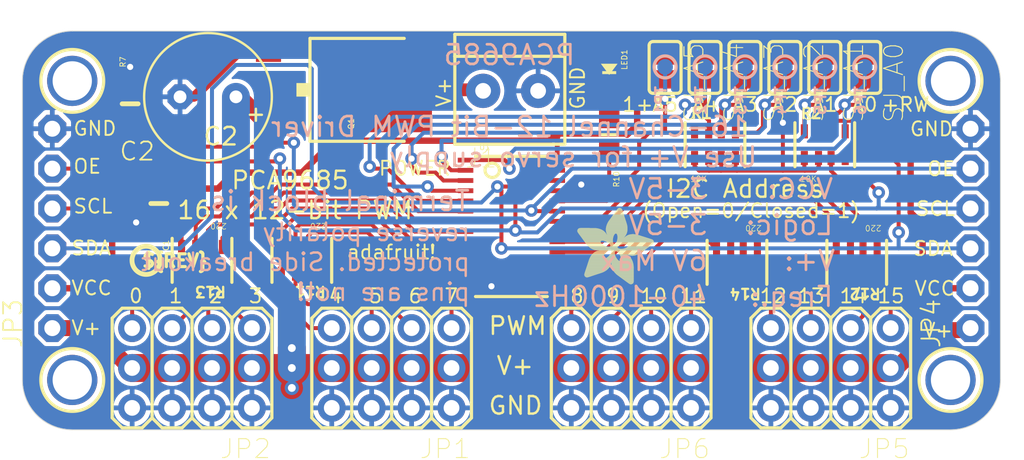
<source format=kicad_pcb>
(kicad_pcb (version 20240108) (generator "pcbnew") (generator_version "8.0")
  (layers (0 "F.Cu" signal) (31 "B.Cu" signal) (34 "B.Paste" user) (35 "F.Paste" user) (36 "B.SilkS" user "B.Silkscreen") (37 "F.SilkS" user "F.Silkscreen") (38 "B.Mask" user) (39 "F.Mask" user) (44 "Edge.Cuts" user))
  (net 0 "")
  (net 1 "Net-(Q1-D)")
  (net 2 "Net-(R11C-2)")
  (net 3 "Net-(R11D-2)")
  (net 4 "Net-(R11A-2)")
  (net 5 "Net-(R11B-2)")
  (net 6 "Net-(R13B-2)")
  (net 7 "Net-(R13A-2)")
  (net 8 "Net-(R13C-2)")
  (net 9 "Net-(R13D-2)")
  (net 10 "/OE")
  (net 11 "/SCL")
  (net 12 "/SDA")
  (net 13 "Net-(R12C-2)")
  (net 14 "Net-(R12A-2)")
  (net 15 "Net-(R12B-2)")
  (net 16 "Net-(R12D-2)")
  (net 17 "5.0V")
  (net 18 "GND")
  (net 19 "Net-(R14A-2)")
  (net 20 "Net-(R14B-2)")
  (net 21 "Net-(R14D-2)")
  (net 22 "Net-(R14C-2)")
  (net 23 "Net-(LED1-PadC)")
  (net 24 "/A5")
  (net 25 "VCC")
  (net 26 "/A4")
  (net 27 "/A2")
  (net 28 "/A3")
  (net 29 "/A1")
  (net 30 "/A0")
  (net 31 "/PWM5")
  (net 32 "/PWM4")
  (net 33 "/PWM7")
  (net 34 "/PWM6")
  (net 35 "/PWM14")
  (net 36 "/PWM15")
  (net 37 "/PWM13")
  (net 38 "/PWM12")
  (net 39 "/PWM2")
  (net 40 "/PWM1")
  (net 41 "/PWM0")
  (net 42 "/PWM3")
  (net 43 "/PWM11")
  (net 44 "/PWM9")
  (net 45 "/PWM10")
  (net 46 "/PWM8")
  (footprint "Adafruit PCA9685 rev C:MOUNTINGHOLE_2.5_PLATED" (layer "F.Cu") (at 120.5611 95.4786)
    (property "Reference" "U$47" (hide yes))
    (property "Value" "MOUNTINGHOLE2.5" (hide yes))
  )
  (footprint "Adafruit PCA9685 rev C:0805-NO" (layer "F.Cu") (at 126.0696 103.2891 -90)
    (property "Reference" "C1")
    (property "Value" "10uF")
  )
  (footprint "Adafruit PCA9685 rev C:3X04" (layer "F.Cu") (at 128.1811 113.7666 180)
    (property "Reference" "JP2")
    (property "Value" "HEADER-3X04")
  )
  (footprint "Adafruit PCA9685 rev C:SOLDERJUMPER_REFLOW_NOPASTE" (layer "F.Cu") (at 165.9001 94.6216 -90)
    (property "Reference" "SJ_A2")
    (property "Value" "SOLDERJUMPERREFLOW_NOPASTE")
  )
  (footprint "Adafruit PCA9685 rev C:CHIPLED_0805_NOOUTLINE" (layer "F.Cu") (at 154.7241 94.7166 180)
    (property "Reference" "LED1")
    (property "Value" "GREEN")
  )
  (footprint "Adafruit PCA9685 rev C:RESPACK_4X0603" (layer "F.Cu") (at 135.1661 106.9086 180)
    (property "Reference" "R11")
    (property "Value" "220")
  )
  (footprint "Adafruit PCA9685 rev C:TERMBLOCK_1X2-3.5MM" (layer "F.Cu") (at 148.5011 96.1136 180)
    (property "Reference" "J1")
    (property "Value" "TERMBLOCK_1X2" (hide yes))
  )
  (footprint "Adafruit PCA9685 rev C:SOLDERJUMPER_REFLOW_NOPASTE" (layer "F.Cu") (at 163.3601 94.6216 -90)
    (property "Reference" "SJ_A3")
    (property "Value" "SOLDERJUMPERREFLOW_NOPASTE")
  )
  (footprint "Adafruit PCA9685 rev C:RESPACK_4X0603" (layer "F.Cu") (at 168.4401 99.5426)
    (property "Reference" "R2")
    (property "Value" "10K")
  )
  (footprint "Adafruit PCA9685 rev C:MOUNTINGHOLE_2.5_PLATED" (layer "F.Cu") (at 176.4411 114.5286)
    (property "Reference" "U$50" (hide yes))
    (property "Value" "MOUNTINGHOLE2.5" (hide yes))
  )
  (footprint "Adafruit PCA9685 rev C:SOLDERJUMPER_REFLOW_NOPASTE" (layer "F.Cu") (at 168.4401 94.6216 -90)
    (property "Reference" "SJ_A1")
    (property "Value" "SOLDERJUMPERREFLOW_NOPASTE")
  )
  (footprint "Adafruit PCA9685 rev C:SOLDERJUMPER_REFLOW_NOPASTE" (layer "F.Cu") (at 170.9801 94.6216 -90)
    (property "Reference" "SJ_A0")
    (property "Value" "SOLDERJUMPERREFLOW_NOPASTE")
  )
  (footprint "Adafruit PCA9685 rev C:MOUNTINGHOLE_2.5_PLATED" (layer "F.Cu") (at 176.4411 95.4786)
    (property "Reference" "U$49" (hide yes))
    (property "Value" "MOUNTINGHOLE2.5" (hide yes))
  )
  (footprint "Adafruit PCA9685 rev C:1X06-CLEANBIG" (layer "F.Cu") (at 177.7111 104.8766 90)
    (property "Reference" "JP4")
    (property "Value" "PINHD-1X6CB")
  )
  (footprint "Adafruit PCA9685 rev C:RESPACK_4X0603" (layer "F.Cu") (at 161.4551 99.5426)
    (property "Reference" "R1")
    (property "Value" "10K")
  )
  (footprint "Adafruit PCA9685 rev C:TSSOP28" (layer "F.Cu") (at 148.5011 104.7496 -90)
    (property "Reference" "U1")
    (property "Value" "PCA9685")
  )
  (footprint "Adafruit PCA9685 rev C:RESPACK_4X0603" (layer "F.Cu") (at 170.4721 107.0356 180)
    (property "Reference" "R12")
    (property "Value" "220")
  )
  (footprint "Adafruit PCA9685 rev C:RESPACK_4X0603" (layer "F.Cu") (at 128.8161 106.9086 180)
    (property "Reference" "R13")
    (property "Value" "220")
  )
  (footprint "Adafruit PCA9685 rev C:3X04" (layer "F.Cu") (at 168.8211 113.7666 180)
    (property "Reference" "JP5")
    (property "Value" "HEADER-3X04")
  )
  (footprint "Adafruit PCA9685 rev C:SOLDERJUMPER_REFLOW_NOPASTE" (layer "F.Cu") (at 160.8201 94.6216 -90)
    (property "Reference" "SJ_A4")
    (property "Value" "SOLDERJUMPERREFLOW_NOPASTE")
  )
  (footprint "Adafruit PCA9685 rev C:3X04" (layer "F.Cu") (at 140.8811 113.7666 180)
    (property "Reference" "JP1")
    (property "Value" "HEADER-3X04")
  )
  (footprint "Adafruit PCA9685 rev C:3X04" (layer "F.Cu") (at 156.1211 113.7666 180)
    (property "Reference" "JP6")
    (property "Value" "HEADER-3X04")
  )
  (footprint "Adafruit PCA9685 rev C:RESPACK_4X0603" (layer "F.Cu") (at 162.8521 107.0356 180)
    (property "Reference" "R14")
    (property "Value" "220")
  )
  (footprint "Adafruit PCA9685 rev C:1X06-CLEANBIG" (layer "F.Cu") (at 119.2911 104.8766 90)
    (property "Reference" "JP3")
    (property "Value" "PINHD-1X6CB")
  )
  (footprint "Adafruit PCA9685 rev C:TO252" (layer "F.Cu") (at 137.8461 96.0486 -90)
    (property "Reference" "Q1")
    (property "Value" "AOD417")
  )
  (footprint "Adafruit PCA9685 rev C:FIDUCIAL_1MM" (layer "F.Cu") (at 162.4561 116.3386)
    (property "Reference" "FID1" (hide yes))
    (property "Value" "FIDUCIAL\"\"" (hide yes))
  )
  (footprint "Adafruit PCA9685 rev C:ADAFRUIT_5MM" (layer "F.Cu") (at 152.6921 108.4326)
    (property "Reference" "U$51" (hide yes))
    (property "Value" "" (hide yes))
  )
  (footprint "Adafruit PCA9685 rev C:0805-NO" (layer "F.Cu") (at 124.2441 96.9391 90)
    (property "Reference" "R7")
    (property "Value" "10K")
  )
  (footprint "Adafruit PCA9685 rev C:_0805MP" (layer "F.Cu") (at 154.7241 98.9076 -90)
    (property "Reference" "R10")
    (property "Value" "470")
  )
  (footprint "Adafruit PCA9685 rev C:SOLDERJUMPER_REFLOW_NOPASTE" (layer "F.Cu") (at 158.2801 94.6216 -90)
    (property "Reference" "SJ_A5")
    (property "Value" "SOLDERJUMPERREFLOW_NOPASTE")
  )
  (footprint "Adafruit PCA9685 rev C:PCBFEAT-REV-040" (layer "F.Cu") (at 125.2601 106.9086)
    (property "Reference" "U$54" (hide yes))
    (property "Value" "" (hide yes))
  )
  (footprint "Adafruit PCA9685 rev C:E3,5-8" (layer "F.Cu") (at 129.1971 96.4946 180)
    (property "Reference" "C2")
    (property "Value" "CPOL-USE3.5-8")
  )
  (footprint "Adafruit PCA9685 rev C:FIDUCIAL_1MM" (layer "F.Cu") (at 128.4341 93.8546)
    (property "Reference" "FID2" (hide yes))
    (property "Value" "FIDUCIAL\"\"" (hide yes))
  )
  (footprint "Adafruit PCA9685 rev C:MOUNTINGHOLE_2.5_PLATED" (layer "F.Cu") (at 120.5611 114.5286)
    (property "Reference" "U$48" (hide yes))
    (property "Value" "MOUNTINGHOLE2.5" (hide yes))
  )
  (footprint "Adafruit PCA9685 rev C:TESTPOINT_ROUND_1MM" (layer "B.Cu") (at 160.8201 94.5896 -90)
    (property "Reference" "TP2")
    (property "Value" "TESTPOINTROUND1MM")
  )
  (footprint "Adafruit PCA9685 rev C:TESTPOINT_ROUND_1MM" (layer "B.Cu") (at 158.2801 94.5896 -90)
    (property "Reference" "TP1")
    (property "Value" "TESTPOINTROUND1MM")
  )
  (footprint "Adafruit PCA9685 rev C:TESTPOINT_ROUND_1MM" (layer "B.Cu") (at 168.4401 94.5896 -90)
    (property "Reference" "TP5")
    (property "Value" "TESTPOINTROUND1MM")
  )
  (footprint "Adafruit PCA9685 rev C:TESTPOINT_ROUND_1MM" (layer "B.Cu") (at 165.9001 94.5896 -90)
    (property "Reference" "TP4")
    (property "Value" "TESTPOINTROUND1MM")
  )
  (footprint "Adafruit PCA9685 rev C:TESTPOINT_ROUND_1MM" (layer "B.Cu") (at 170.9801 94.5896 -90)
    (property "Reference" "TP6")
    (property "Value" "TESTPOINTROUND1MM")
  )
  (footprint "Adafruit PCA9685 rev C:TESTPOINT_ROUND_1MM" (layer "B.Cu") (at 163.3601 94.5896 -90)
    (property "Reference" "TP3")
    (property "Value" "TESTPOINTROUND1MM")
  )
  (gr_line (start 176.4411 117.7036) (end 120.5611 117.7036) (stroke (width 0.05)) (layer "Edge.Cuts"))
  (gr_line (start 179.6161 95.4786) (end 179.6161 114.5286) (stroke (width 0.05)) (layer "Edge.Cuts"))
  (gr_arc (start 120.5611 117.7036) (mid 118.316036 116.773664) (end 117.3861 114.5286) (stroke (width 0.05)) (layer "Edge.Cuts"))
  (gr_line (start 120.5611 92.3036) (end 176.4411 92.3036) (stroke (width 0.05)) (layer "Edge.Cuts"))
  (gr_arc (start 117.3861 95.4786) (mid 118.316036 93.233536) (end 120.5611 92.3036) (stroke (width 0.05)) (layer "Edge.Cuts"))
  (gr_arc (start 176.4411 92.3036) (mid 178.686164 93.233536) (end 179.6161 95.4786) (stroke (width 0.05)) (layer "Edge.Cuts"))
  (gr_line (start 117.3861 114.5286) (end 117.3861 95.4786) (stroke (width 0.05)) (layer "Edge.Cuts"))
  (gr_arc (start 179.6161 114.5286) (mid 178.686164 116.773664) (end 176.4411 117.7036) (stroke (width 0.05)) (layer "Edge.Cuts"))
  (gr_text "V+:" (at 169.2021 107.6706 0) (layer "B.SilkS") (effects (font (size 1.251712 1.251712) (thickness 0.170688)) (justify left bottom mirror)))
  (gr_text "40-1000Hz" (at 161.0741 109.9566 0) (layer "B.SilkS") (effects (font (size 1.251712 1.251712) (thickness 0.170688)) (justify left bottom mirror)))
  (gr_text "reverse polarity" (at 145.9611 105.7656 0) (layer "B.SilkS") (effects (font (size 1.1176 1.1176) (thickness 0.1524)) (justify left bottom mirror)))
  (gr_text "Use V+ for servo supply" (at 164.2491 101.0666 0) (layer "B.SilkS") (effects (font (size 1.251712 1.251712) (thickness 0.170688)) (justify left bottom mirror)))
  (gr_text "3-5V" (at 161.0741 105.3846 0) (layer "B.SilkS") (effects (font (size 1.251712 1.251712) (thickness 0.170688)) (justify left bottom mirror)))
  (gr_text "VCC:" (at 169.0751 103.0986 0) (layer "B.SilkS") (effects (font (size 1.251712 1.251712) (thickness 0.170688)) (justify left bottom mirror)))
  (gr_text "Freq.:" (at 169.0751 109.9566 0) (layer "B.SilkS") (effects (font (size 1.251712 1.251712) (thickness 0.170688)) (justify left bottom mirror)))
  (gr_text "protected. Side breakout" (at 145.9611 107.6706 0) (layer "B.SilkS") (effects (font (size 1.1176 1.1176) (thickness 0.1524)) (justify left bottom mirror)))
  (gr_text "16-Channel 12-Bit PWM Driver" (at 148.3741 98.3996 0) (layer "B.SilkS") (effects (font (size 1.251712 1.251712) (thickness 0.170688)) (justify mirror)))
  (gr_text "3-5V" (at 161.0741 103.0986 0) (layer "B.SilkS") (effects (font (size 1.251712 1.251712) (thickness 0.170688)) (justify left bottom mirror)))
  (gr_text "Logic:" (at 169.0751 105.3846 0) (layer "B.SilkS") (effects (font (size 1.251712 1.251712) (thickness 0.170688)) (justify left bottom mirror)))
  (gr_text "6V Max" (at 161.0741 107.6706 0) (layer "B.SilkS") (effects (font (size 1.251712 1.251712) (thickness 0.170688)) (justify left bottom mirror)))
  (gr_text "pins are not!" (at 145.9611 109.5756 0) (layer "B.SilkS") (effects (font (size 1.1176 1.1176) (thickness 0.1524)) (justify left bottom mirror)))
  (gr_text "Terminal block is" (at 145.9611 103.8606 0) (layer "B.SilkS") (effects (font (size 1.251712 1.251712) (thickness 0.170688)) (justify left bottom mirror)))
  (gr_text "PCA9685" (at 148.3741 93.8276 0) (layer "B.SilkS") (effects (font (size 1.251712 1.251712) (thickness 0.170688)) (justify mirror)))
  (gr_text "V+" (at 147.4691 114.2746 0) (layer "F.SilkS") (effects (font (size 1.1176 1.1176) (thickness 0.1524)) (justify left bottom)))
  (gr_text "PCA9685" (at 130.5941 102.4636 0) (layer "F.SilkS") (effects (font (size 1.1176 1.1176) (thickness 0.1524)) (justify left bottom)))
  (gr_text "POWER" (at 139.9921 101.5746 0) (layer "F.SilkS") (effects (font (size 0.89408 0.89408) (thickness 0.12192)) (justify left bottom)))
  (gr_text "6" (at 141.8811 109.7026 0) (layer "F.SilkS") (effects (font (size 0.89408 0.89408) (thickness 0.12192)) (justify left bottom)))
  (gr_text "2" (at 129.1811 109.7026 0) (layer "F.SilkS") (effects (font (size 0.89408 0.89408) (thickness 0.12192)) (justify left bottom)))
  (gr_text "V+" (at 144.7251 97.2166 90) (layer "F.SilkS") (effects (font (size 0.89408 0.89408) (thickness 0.12192)) (justify left bottom)))
  (gr_text "V+" (at 174.634846 110.8456 0) (layer "F.SilkS") (effects (font (size 0.89408 0.89408) (thickness 0.12192)) (justify left top)))
  (gr_text "SCL" (at 120.5611 103.9876 0) (layer "F.SilkS") (effects (font (size 0.89408 0.89408) (thickness 0.12192)) (justify left bottom)))
  (gr_text "(Open=0/Closed=1)" (at 156.7561 104.2736 0) (layer "F.SilkS") (effects (font (size 0.89408 0.89408) (thickness 0.12192)) (justify left bottom)))
  (gr_text "15" (at 171.7261 109.7026 0) (layer "F.SilkS") (effects (font (size 0.89408 0.89408) (thickness 0.12192)) (justify left bottom)))
  (gr_text "SDA" (at 120.4341 106.6546 0) (layer "F.SilkS") (effects (font (size 0.89408 0.89408) (thickness 0.12192)) (justify left bottom)))
  (gr_text "4" (at 136.8011 109.7026 0) (layer "F.SilkS") (effects (font (size 0.89408 0.89408) (thickness 0.12192)) (justify left bottom)))
  (gr_text "8" (at 152.1681 109.7026 0) (layer "F.SilkS") (effects (font (size 0.89408 0.89408) (thickness 0.12192)) (justify left bottom)))
  (gr_text "13" (at 166.6461 109.7026 0) (layer "F.SilkS") (effects (font (size 0.89408 0.89408) (thickness 0.12192)) (justify left bottom)))
  (gr_text "A5" (at 157.3911 97.5106 0) (layer "F.SilkS") (effects (font (size 0.89408 0.89408) (thickness 0.12192)) (justify left bottom)))
  (gr_text "16 x 12-bit PWM" (at 127.1651 104.3686 0) (layer "F.SilkS") (effects (font (size 1.1176 1.1176) (thickness 0.1524)) (justify left bottom)))
  (gr_text "VCC" (at 120.4341 109.1946 0) (layer "F.SilkS") (effects (font (size 0.89408 0.89408) (thickness 0.12192)) (justify left bottom)))
  (gr_text "1" (at 126.6411 109.7026 0) (layer "F.SilkS") (effects (font (size 0.89408 0.89408) (thickness 0.12192)) (justify left bottom)))
  (gr_text "PWM" (at 146.9611 111.7346 0) (layer "F.SilkS") (effects (font (size 1.1176 1.1176) (thickness 0.1524)) (justify left bottom)))
  (gr_text "C2" (at 128.8161 99.6696 0) (layer "F.SilkS") (effects (font (size 1.1176 1.1176) (thickness 0.1524)) (justify left bottom)))
  (gr_text "SCL" (at 174.165792 103.0986 0) (layer "F.SilkS") (effects (font (size 0.89408 0.89408) (thickness 0.12192)) (justify left top)))
  (gr_text "A2" (at 165.0111 97.5106 0) (layer "F.SilkS") (effects (font (size 0.89408 0.89408) (thickness 0.12192)) (justify left bottom)))
  (gr_text "GND" (at 146.9611 116.8146 0) (layer "F.SilkS") (effects (font (size 1.1176 1.1176) (thickness 0.1524)) (justify left bottom)))
  (gr_text "VCC" (at 174.080642 108.1786 0) (layer "F.SilkS") (effects (font (size 0.89408 0.89408) (thickness 0.12192)) (justify left top)))
  (gr_text "1+" (at 155.4861 97.5106 0) (layer "F.SilkS") (effects (font (size 0.89408 0.89408) (thickness 0.12192)) (justify left bottom)))
  (gr_text "GND" (at 153.2341 97.3756 90) (layer "F.SilkS") (effects (font (size 0.89408 0.89408) (thickness 0.12192)) (justify left bottom)))
  (gr_text "A3" (at 162.4711 97.5106 0) (layer "F.SilkS") (effects (font (size 0.89408 0.89408) (thickness 0.12192)) (justify left bottom)))
  (gr_text "14" (at 169.3131 109.7026 0) (layer "F.SilkS") (effects (font (size 0.89408 0.89408) (thickness 0.12192)) (justify left bottom)))
  (gr_text "A1" (at 167.5511 97.5106 0) (layer "F.SilkS") (effects (font (size 0.89408 0.89408) (thickness 0.12192)) (justify left bottom)))
  (gr_text "SDA" (at 173.996217 105.6386 0) (layer "F.SilkS") (effects (font (size 0.89408 0.89408) (thickness 0.12192)) (justify left top)))
  (gr_text "0" (at 124.1011 109.7026 0) (layer "F.SilkS") (effects (font (size 0.89408 0.89408) (thickness 0.12192)) (justify left bottom)))
  (gr_text "A4" (at 159.9311 97.5106 0) (layer "F.SilkS") (effects (font (size 0.89408 0.89408) (thickness 0.12192)) (justify left bottom)))
  (gr_text "I2C Address" (at 158.2801 103.0036 0) (layer "F.SilkS") (effects (font (size 1.1176 1.1176) (thickness 0.1524)) (justify left bottom)))
  (gr_text "3" (at 131.7211 109.7026 0) (layer "F.SilkS") (effects (font (size 0.89408 0.89408) (thickness 0.12192)) (justify left bottom)))
  (gr_text "9" (at 154.4541 109.7026 0) (layer "F.SilkS") (effects (font (size 0.89408 0.89408) (thickness 0.12192)) (justify left bottom)))
  (gr_text "OE" (at 174.889571 100.5586 0) (layer "F.SilkS") (effects (font (size 0.89408 0.89408) (thickness 0.12192)) (justify left top)))
  (gr_text "5" (at 139.3411 109.7026 0) (layer "F.SilkS") (effects (font (size 0.89408 0.89408) (thickness 0.12192)) (justify left bottom)))
  (gr_text "OE" (at 120.5611 101.4476 0) (layer "F.SilkS") (effects (font (size 0.89408 0.89408) (thickness 0.12192)) (justify left bottom)))
  (gr_text "A0" (at 170.0911 97.5106 0) (layer "F.SilkS") (effects (font (size 0.89408 0.89408) (thickness 0.12192)) (justify left bottom)))
  (gr_text "7" (at 144.1671 109.7026 0) (layer "F.SilkS") (effects (font (size 0.89408 0.89408) (thickness 0.12192)) (justify left bottom)))
  (gr_text "12" (at 164.2331 109.7026 0) (layer "F.SilkS") (effects (font (size 0.89408 0.89408) (thickness 0.12192)) (justify left bottom)))
  (gr_text "adafruit!" (at 137.9601 106.9086 0) (layer "F.SilkS") (effects (font (size 0.89408 0.89408) (thickness 0.12192)) (justify left bottom)))
  (gr_text "+RW" (at 171.9961 97.5106 0) (layer "F.SilkS") (effects (font (size 0.89408 0.89408) (thickness 0.12192)) (justify left bottom)))
  (gr_text "11" (at 159.1531 109.7026 0) (layer "F.SilkS") (effects (font (size 0.89408 0.89408) (thickness 0.12192)) (justify left bottom)))
  (gr_text "GND" (at 173.783341 98.0186 0) (layer "F.SilkS") (effects (font (size 0.89408 0.89408) (thickness 0.12192)) (justify left top)))
  (gr_text "10" (at 156.6131 109.7026 0) (layer "F.SilkS") (effects (font (size 0.89408 0.89408) (thickness 0.12192)) (justify left bottom)))
  (gr_text "GND" (at 120.5611 99.0346 0) (layer "F.SilkS") (effects (font (size 0.89408 0.89408) (thickness 0.12192)) (justify left bottom)))
  (gr_text "V+" (at 120.4341 111.7346 0) (layer "F.SilkS") (effects (font (size 0.89408 0.89408) (thickness 0.12192)) (justify left bottom)))
  (segment (start 140.3461 96.0486) (end 146.6361 96.0486) (width 0.8128) (layer "F.Cu") (net 1))
  (segment (start 146.6361 96.0486) (end 146.7011 96.1136) (width 0.8128) (layer "F.Cu") (net 1))
  (segment (start 135.5471 109.7026) (end 134.7661 108.9216) (width 0.254) (layer "F.Cu") (net 2))
  (segment (start 139.6111 109.9566) (end 139.3571 109.7026) (width 0.254) (layer "F.Cu") (net 2))
  (segment (start 134.7661 108.9216) (end 134.7661 107.7586) (width 0.254) (layer "F.Cu") (net 2))
  (segment (start 139.6111 111.2266) (end 139.6111 109.9566) (width 0.254) (layer "F.Cu") (net 2))
  (segment (start 139.3571 109.7026) (end 135.5471 109.7026) (width 0.254) (layer "F.Cu") (net 2))
  (segment (start 135.6741 111.2266) (end 133.8661 109.4186) (width 0.254) (layer "F.Cu") (net 3))
  (segment (start 133.8661 109.4186) (end 133.8661 107.7586) (width 0.254) (layer "F.Cu") (net 3))
  (segment (start 137.0711 111.2266) (end 135.6741 111.2266) (width 0.254) (layer "F.Cu") (net 3))
  (segment (start 144.6911 111.2266) (end 144.6911 109.8296) (width 0.254) (layer "F.Cu") (net 4))
  (segment (start 136.5541 107.6706) (end 136.4661 107.7586) (width 0.254) (layer "F.Cu") (net 4))
  (segment (start 144.1831 109.3216) (end 141.7701 109.3216) (width 0.254) (layer "F.Cu") (net 4))
  (segment (start 140.1191 107.6706) (end 136.5541 107.6706) (width 0.254) (layer "F.Cu") (net 4))
  (segment (start 144.6911 109.8296) (end 144.1831 109.3216) (width 0.254) (layer "F.Cu") (net 4))
  (segment (start 141.7701 109.3216) (end 140.1191 107.6706) (width 0.254) (layer "F.Cu") (net 4))
  (segment (start 135.5471 108.8136) (end 135.5661 108.7946) (width 0.254) (layer "F.Cu") (net 5))
  (segment (start 135.5661 108.7946) (end 135.5661 107.7586) (width 0.254) (layer "F.Cu") (net 5))
  (segment (start 135.9281 109.1946) (end 135.5471 108.8136) (width 0.254) (layer "F.Cu") (net 5))
  (segment (start 140.1191 109.1946) (end 135.9281 109.1946) (width 0.254) (layer "F.Cu") (net 5))
  (segment (start 142.1511 111.2266) (end 140.1191 109.1946) (width 0.254) (layer "F.Cu") (net 5))
  (segment (start 129.2161 107.7586) (end 129.2161 110.9916) (width 0.254) (layer "F.Cu") (net 6))
  (segment (start 129.2161 110.9916) (end 129.4511 111.2266) (width 0.254) (layer "F.Cu") (net 6))
  (segment (start 131.9911 111.2266) (end 130.1161 109.3516) (width 0.254) (layer "F.Cu") (net 7))
  (segment (start 130.1161 107.7586) (end 130.1161 109.3516) (width 0.254) (layer "F.Cu") (net 7))
  (segment (start 128.4161 109.7216) (end 126.9111 111.2266) (width 0.254) (layer "F.Cu") (net 8))
  (segment (start 128.4161 107.7586) (end 128.4161 109.7216) (width 0.254) (layer "F.Cu") (net 8))
  (segment (start 127.5161 108.7166) (end 126.7841 109.4486) (width 0.254) (layer "F.Cu") (net 9))
  (segment (start 126.7841 109.4486) (end 124.8791 109.4486) (width 0.254) (layer "F.Cu") (net 9))
  (segment (start 124.8791 109.4486) (end 124.3711 109.9566) (width 0.254) (layer "F.Cu") (net 9))
  (segment (start 127.5161 107.7586) (end 127.5161 108.7166) (width 0.254) (layer "F.Cu") (net 9))
  (segment (start 124.3711 109.9566) (end 124.3711 111.2266) (width 0.254) (layer "F.Cu") (net 9))
  (segment (start 120.5611 101.0666) (end 119.2911 101.0666) (width 0.254) (layer "F.Cu") (net 10))
  (segment (start 124.2441 97.8916) (end 124.2441 97.8891) (width 0.254) (layer "F.Cu") (net 10))
  (segment (start 149.7711 103.7336) (end 149.8121 103.7746) (width 0.254) (layer "F.Cu") (net 10))
  (segment (start 132.3696 99.6671) (end 127.5436 99.6671) (width 0.254) (layer "F.Cu") (net 10))
  (segment (start 124.2441 98.2726) (end 124.2441 97.8891) (width 0.254) (layer "F.Cu") (net 10))
  (segment (start 124.3686 98.2726) (end 124.2441 98.2726) (width 0.254) (layer "F.Cu") (net 10))
  (segment (start 124.2441 98.2726) (end 123.3551 98.2726) (width 0.254) (layer "F.Cu") (net 10))
  (segment (start 125.7681 97.8916) (end 124.2441 97.8916) (width 0.254) (layer "F.Cu") (net 10))
  (segment (start 149.8121 103.7746) (end 151.4189 103.7746) (width 0.254) (layer "F.Cu") (net 10))
  (segment (start 132.6211 99.4156) (end 134.6581 99.4156) (width 0.254) (layer "F.Cu") (net 10))
  (segment (start 123.3551 98.2726) (end 120.5611 101.0666) (width 0.254) (layer "F.Cu") (net 10))
  (segment (start 132.3696 99.6671) (end 132.6211 99.4156) (width 0.254) (layer "F.Cu") (net 10))
  (segment (start 127.5436 99.6671) (end 125.7681 97.8916) (width 0.254) (layer "F.Cu") (net 10))
  (via (at 149.7711 103.7336) (size 0.8001) (drill 0.3937) (layers "F.Cu" "B.Cu") (net 10))
  (via (at 134.6581 99.4156) (size 0.8001) (drill 0.3937) (layers "F.Cu" "B.Cu") (net 10))
  (segment (start 134.6581 103.3526) (end 134.6581 99.4156) (width 0.254) (layer "B.Cu") (net 10))
  (segment (start 152.3521 101.0666) (end 177.7111 101.0666) (width 0.254) (layer "B.Cu") (net 10))
  (segment (start 149.6441 103.7746) (end 152.3521 101.0666) (width 0.254) (layer "B.Cu") (net 10))
  (segment (start 135.0391 103.7336) (end 149.7711 103.7336) (width 0.254) (layer "B.Cu") (net 10))
  (segment (start 149.7711 103.7336) (end 149.8121 103.7746) (width 0.254) (layer "B.Cu") (net 10))
  (segment (start 134.6581 103.3526) (end 135.0391 103.7336) (width 0.254) (layer "B.Cu") (net 10))
  (segment (start 149.8121 103.7746) (end 149.6441 103.7746) (width 0.254) (layer "B.Cu") (net 10))
  (segment (start 122.8471 99.5426) (end 121.9581 100.4316) (width 0.254) (layer "F.Cu") (net 11))
  (segment (start 133.5921 100.6086) (end 125.7681 100.6086) (width 0.254) (layer "F.Cu") (net 11))
  (segment (start 170.9801 101.7016) (end 171.8691 102.5906) (width 0.254) (layer "F.Cu") (net 11))
  (segment (start 133.7691 100.4316) (end 133.5921 100.6086) (width 0.254) (layer "F.Cu") (net 11))
  (segment (start 125.7681 100.6086) (end 125.7681 99.7966) (width 0.254) (layer "F.Cu") (net 11))
  (segment (start 121.9581 102.7176) (end 121.0691 103.6066) (width 0.254) (layer "F.Cu") (net 11))
  (segment (start 168.8401 101.2126) (end 169.3291 101.7016) (width 0.254) (layer "F.Cu") (net 11))
  (segment (start 169.3291 101.7016) (end 170.9801 101.7016) (width 0.254) (layer "F.Cu") (net 11))
  (segment (start 125.5141 99.5426) (end 122.8471 99.5426) (width 0.254) (layer "F.Cu") (net 11))
  (segment (start 149.6481 101.8246) (end 151.4189 101.8246) (width 0.254) (layer "F.Cu") (net 11))
  (segment (start 168.8401 100.3926) (end 168.8401 101.2126) (width 0.254) (layer "F.Cu") (net 11))
  (segment (start 148.7551 102.7176) (end 149.6481 101.8246) (width 0.254) (layer "F.Cu") (net 11))
  (segment (start 125.7681 99.7966) (end 125.5141 99.5426) (width 0.254) (layer "F.Cu") (net 11))
  (segment (start 121.9581 100.4316) (end 121.9581 102.7176) (width 0.254) (layer "F.Cu") (net 11))
  (segment (start 121.0691 103.6066) (end 119.2911 103.6066) (width 0.254) (layer "F.Cu") (net 11))
  (segment (start 148.7551 105.0036) (end 148.7551 102.7176) (width 0.254) (layer "F.Cu") (net 11))
  (via (at 171.8691 102.5906) (size 0.8001) (drill 0.3937) (layers "F.Cu" "B.Cu") (net 11))
  (via (at 148.7551 105.0036) (size 0.8001) (drill 0.3937) (layers "F.Cu" "B.Cu") (net 11))
  (via (at 133.7691 100.4316) (size 0.8001) (drill 0.3937) (layers "F.Cu" "B.Cu") (net 11))
  (segment (start 171.8691 102.5906) (end 171.8691 103.4796) (width 0.254) (layer "B.Cu") (net 11))
  (segment (start 150.1521 105.1306) (end 151.6761 103.6066) (width 0.254) (layer "B.Cu") (net 11))
  (segment (start 134.7851 105.0036) (end 133.7691 103.9876) (width 0.254) (layer "B.Cu") (net 11))
  (segment (start 171.7421 103.6066) (end 177.7111 103.6066) (width 0.254) (layer "B.Cu") (net 11))
  (segment (start 148.7551 105.0036) (end 148.8821 105.1306) (width 0.254) (layer "B.Cu") (net 11))
  (segment (start 133.7691 103.9876) (end 133.7691 100.4316) (width 0.254) (layer "B.Cu") (net 11))
  (segment (start 148.8821 105.1306) (end 150.1521 105.1306) (width 0.254) (layer "B.Cu") (net 11))
  (segment (start 151.6761 103.6066) (end 171.7421 103.6066) (width 0.254) (layer "B.Cu") (net 11))
  (segment (start 171.8691 103.4796) (end 171.7421 103.6066) (width 0.254) (layer "B.Cu") (net 11))
  (segment (start 134.7851 105.0036) (end 148.7551 105.0036) (width 0.254) (layer "B.Cu") (net 11))
  (segment (start 172.7461 100.4196) (end 169.7671 100.4196) (width 0.254) (layer "F.Cu") (net 12))
  (segment (start 147.8661 102.4636) (end 147.8661 106.1466) (width 0.254) (layer "F.Cu") (net 12))
  (segment (start 147.6121 102.2096) (end 147.8661 102.4636) (width 0.254) (layer "F.Cu") (net 12))
  (segment (start 172.7461 100.4196) (end 173.1391 100.8126) (width 0.254) (layer "F.Cu") (net 12))
  (segment (start 149.5361 101.1746) (end 151.4189 101.1746) (width 0.254) (layer "F.Cu") (net 12))
  (segment (start 148.5011 102.2096) (end 149.5361 101.1746) (width 0.254) (layer "F.Cu") (net 12))
  (segment (start 147.6121 102.2096) (end 148.5011 102.2096) (width 0.254) (layer "F.Cu") (net 12))
  (segment (start 169.7671 100.4196) (end 169.7401 100.3926) (width 0.254) (layer "F.Cu") (net 12))
  (segment (start 173.1391 100.8126) (end 173.1391 105.1306) (width 0.254) (layer "F.Cu") (net 12))
  (via (at 173.1391 105.1306) (size 0.8001) (drill 0.3937) (layers "F.Cu" "B.Cu") (net 12))
  (via (at 147.8661 106.1466) (size 0.8001) (drill 0.3937) (layers "F.Cu" "B.Cu") (net 12))
  (via (at 147.6121 102.2096) (size 0.8001) (drill 0.3937) (layers "F.Cu" "B.Cu") (net 12))
  (segment (start 135.8011 94.7166) (end 135.5471 94.4626) (width 0.254) (layer "B.Cu") (net 12))
  (segment (start 136.8171 103.2256) (end 135.8011 102.2096) (width 0.254) (layer "B.Cu") (net 12))
  (segment (start 173.1391 106.1466) (end 177.7111 106.1466) (width 0.254) (layer "B.Cu") (net 12))
  (segment (start 135.5471 94.4626) (end 130.9751 94.4626) (width 0.254) (layer "B.Cu") (net 12))
  (segment (start 147.8661 106.1466) (end 173.1391 106.1466) (width 0.254) (layer "B.Cu") (net 12))
  (segment (start 130.9751 94.4626) (end 129.4511 95.9866) (width 0.254) (layer "B.Cu") (net 12))
  (segment (start 127.4191 106.1466) (end 119.2911 106.1466) (width 0.254) (layer "B.Cu") (net 12))
  (segment (start 173.1391 105.1306) (end 173.1391 106.1466) (width 0.254) (layer "B.Cu") (net 12))
  (segment (start 129.4511 104.1146) (end 127.4191 106.1466) (width 0.254) (layer "B.Cu") (net 12))
  (segment (start 129.4511 95.9866) (end 129.4511 104.1146) (width 0.254) (layer "B.Cu") (net 12))
  (segment (start 135.8011 102.2096) (end 135.8011 94.7166) (width 0.254) (layer "B.Cu") (net 12))
  (segment (start 146.5961 103.2256) (end 147.6121 102.2096) (width 0.254) (layer "B.Cu") (net 12))
  (segment (start 136.8171 103.2256) (end 146.5961 103.2256) (width 0.254) (layer "B.Cu") (net 12))
  (segment (start 167.9321 109.5756) (end 167.5511 109.9566) (width 0.254) (layer "F.Cu") (net 13))
  (segment (start 167.5511 109.9566) (end 167.5511 111.2266) (width 0.254) (layer "F.Cu") (net 13))
  (segment (start 170.0721 107.8856) (end 170.0721 109.0866) (width 0.254) (layer "F.Cu") (net 13))
  (segment (start 170.0721 109.0866) (end 169.5831 109.5756) (width 0.254) (layer "F.Cu") (net 13))
  (segment (start 169.5831 109.5756) (end 167.9321 109.5756) (width 0.254) (layer "F.Cu") (net 13))
  (segment (start 172.6311 109.3216) (end 171.7721 108.4626) (width 0.254) (layer "F.Cu") (net 14))
  (segment (start 171.7721 108.4626) (end 171.7721 107.8856) (width 0.254) (layer "F.Cu") (net 14))
  (segment (start 172.6311 111.2266) (end 172.6311 109.3216) (width 0.254) (layer "F.Cu") (net 14))
  (segment (start 170.8721 107.8856) (end 170.8721 110.4456) (width 0.254) (layer "F.Cu") (net 15))
  (segment (start 170.8721 110.4456) (end 170.0911 111.2266) (width 0.254) (layer "F.Cu") (net 15))
  (segment (start 165.0111 109.9566) (end 165.0111 111.2266) (width 0.254) (layer "F.Cu") (net 16))
  (segment (start 169.1721 107.8856) (end 169.1721 108.7166) (width 0.254) (layer "F.Cu") (net 16))
  (segment (start 167.6781 109.0676) (end 167.1701 109.5756) (width 0.254) (layer "F.Cu") (net 16))
  (segment (start 165.3921 109.5756) (end 165.0111 109.9566) (width 0.254) (layer "F.Cu") (net 16))
  (segment (start 168.8211 109.0676) (end 167.6781 109.0676) (width 0.254) (layer "F.Cu") (net 16))
  (segment (start 167.1701 109.5756) (end 165.3921 109.5756) (width 0.254) (layer "F.Cu") (net 16))
  (segment (start 169.1721 108.7166) (end 168.8211 109.0676) (width 0.254) (layer "F.Cu") (net 16))
  (segment (start 177.5841 111.3536) (end 177.7111 111.2266) (width 1.016) (layer "F.Cu") (net 17))
  (segment (start 134.5311 113.7666) (end 134.5311 112.4966) (width 1.778) (layer "F.Cu") (net 17))
  (segment (start 124.3711 113.7666) (end 124.2441 113.7666) (width 0.254) (layer "F.Cu") (net 17))
  (segment (start 134.5311 113.7666) (end 131.9911 113.7666) (width 1.778) (layer "F.Cu") (net 17))
  (segment (start 159.9311 113.7666) (end 165.0111 113.7666) (width 1.778) (layer "F.Cu") (net 17))
  (segment (start 144.6911 113.7666) (end 142.1511 113.7666) (width 1.778) (layer "F.Cu") (net 17))
  (segment (start 121.7041 111.2266) (end 119.2911 111.2266) (width 1.016) (layer "F.Cu") (net 17))
  (segment (start 144.6911 113.7666) (end 152.3111 113.7666) (width 1.778) (layer "F.Cu") (net 17))
  (segment (start 170.0911 113.7666) (end 172.6311 113.7666) (width 1.778) (layer "F.Cu") (net 17))
  (segment (start 137.0711 113.7666) (end 134.5311 113.7666) (width 1.778) (layer "F.Cu") (net 17))
  (segment (start 172.6311 113.7666) (end 173.0121 113.7666) (width 0.254) (layer "F.Cu") (net 17))
  (segment (start 167.5511 113.7666) (end 170.0911 113.7666) (width 1.778) (layer "F.Cu") (net 17))
  (segment (start 139.6111 113.7666) (end 137.0711 113.7666) (width 1.778) (layer "F.Cu") (net 17))
  (segment (start 129.4511 113.7666) (end 126.9111 113.7666) (width 1.778) (layer "F.Cu") (net 17))
  (segment (start 133.0461 98.3286) (end 131.2121 96.4946) (width 1.016) (layer "F.Cu") (net 17))
  (segment (start 126.9111 113.7666) (end 124.3711 113.7666) (width 1.778) (layer "F.Cu") (net 17))
  (segment (start 134.5311 113.7666) (end 134.5311 115.0366) (width 1.778) (layer "F.Cu") (net 17))
  (segment (start 154.8511 113.7666) (end 157.3911 113.7666) (width 1.778) (layer "F.Cu") (net 17))
  (segment (start 124.2441 113.7666) (end 121.7041 111.2266) (width 1.016) (layer "F.Cu") (net 17))
  (segment (start 131.2121 96.4946) (end 130.9751 96.4946) (width 1.016) (layer "F.Cu") (net 17))
  (segment (start 152.3111 113.7666) (end 154.8511 113.7666) (width 1.778) (layer "F.Cu") (net 17))
  (segment (start 173.0121 113.7666) (end 175.4251 111.3536) (width 1.016) (layer "F.Cu") (net 17))
  (segment (start 175.4251 111.3536) (end 177.5841 111.3536) (width 1.016) (layer "F.Cu") (net 17))
  (segment (start 165.0111 113.7666) (end 167.5511 113.7666) (width 1.778) (layer "F.Cu") (net 17))
  (segment (start 131.9911 113.7666) (end 129.4511 113.7666) (width 1.778) (layer "F.Cu") (net 17))
  (segment (start 157.3911 113.7666) (end 159.9311 113.7666) (width 1.778) (layer "F.Cu") (net 17))
  (segment (start 142.1511 113.7666) (end 139.6111 113.7666) (width 1.778) (layer "F.Cu") (net 17))
  (via (at 134.5311 113.7666) (size 0.9064) (drill 0.5) (layers "F.Cu" "B.Cu") (net 17))
  (via (at 134.5311 112.4966) (size 0.9064) (drill 0.5) (layers "F.Cu" "B.Cu") (net 17))
  (via (at 134.5311 115.0366) (size 0.9064) (drill 0.5) (layers "F.Cu" "B.Cu") (net 17))
  (segment (start 130.9751 106.0196) (end 130.9751 96.4946) (width 1.778) (layer "B.Cu") (net 17))
  (segment (start 134.5311 109.5756) (end 130.9751 106.0196) (width 1.778) (layer "B.Cu") (net 17))
  (segment (start 134.5311 113.7666) (end 134.5311 109.5756) (width 1.778) (layer "B.Cu") (net 17))
  (segment (start 151.4189 102.4746) (end 152.5541 102.4746) (width 0.254) (layer "F.Cu") (net 18))
  (segment (start 161.0741 101.1936) (end 161.8361 101.1936) (width 0.254) (layer "F.Cu") (net 18))
  (segment (start 161.8361 101.1936) (end 162.8521 101.1936) (width 0.254) (layer "F.Cu") (net 18))
  (segment (start 165.7731 101.1936) (end 167.1701 101.1936) (width 0.254) (layer "F.Cu") (net 18))
  (segment (start 167.1401 100.3926) (end 167.1401 101.1636) (width 0.254) (layer "F.Cu") (net 18))
  (segment (start 167.1701 101.1936) (end 167.8051 101.1936) (width 0.254) (layer "F.Cu") (net 18))
  (segment (start 168.0591 100.9396) (end 168.0591 100.4116) (width 0.254) (layer "F.Cu") (net 18))
  (segment (start 145.5833 108.9746) (end 146.8161 108.9746) (width 0.254) (layer "F.Cu") (net 18))
  (segment (start 161.8551 101.1746) (end 161.8361 101.1936) (width 0.254) (layer "F.Cu") (net 18))
  (segment (start 146.8161 108.9746) (end 147.2311 108.5596) (width 0.254) (layer "F.Cu") (net 18))
  (segment (start 161.0551 101.1746) (end 161.0741 101.1936) (width 0.254) (layer "F.Cu") (net 18))
  (segment (start 152.5541 102.4746) (end 152.9461 102.0826) (width 0.254) (layer "F.Cu") (net 18))
  (segment (start 161.8551 100.3926) (end 161.8551 101.1746) (width 0.254) (layer "F.Cu") (net 18))
  (segment (start 154.2161 102.0826) (end 152.9461 102.0826) (width 0.254) (layer "F.Cu") (net 18))
  (segment (start 165.7731 98.1456) (end 165.7731 101.1936) (width 0.254) (layer "F.Cu") (net 18))
  (segment (start 128.3081 96.4946) (end 127.4191 96.4946) (width 0.6096) (layer "F.Cu") (net 18))
  (segment (start 162.7551 101.0966) (end 162.8521 101.1936) (width 0.254) (layer "F.Cu") (net 18))
  (segment (start 162.8521 101.1936) (end 165.7731 101.1936) (width 0.254) (layer "F.Cu") (net 18))
  (segment (start 167.8051 101.1936) (end 168.0591 100.9396) (width 0.254) (layer "F.Cu") (net 18))
  (segment (start 167.1401 101.1636) (end 167.1701 101.1936) (width 0.254) (layer "F.Cu") (net 18))
  (segment (start 168.0591 100.4116) (end 168.0401 100.3926) (width 0.254) (layer "F.Cu") (net 18))
  (segment (start 154.7241 101.5746) (end 154.2161 102.0826) (width 0.254) (layer "F.Cu") (net 18))
  (segment (start 126.0696 104.2391) (end 124.8816 104.2391) (width 0.4064) (layer "F.Cu") (net 18))
  (segment (start 160.4391 101.1936) (end 161.0741 101.1936) (width 0.254) (layer "F.Cu") (net 18))
  (segment (start 161.0551 100.3926) (end 161.0551 101.1746) (width 0.254) (layer "F.Cu") (net 18))
  (segment (start 154.7241 99.9236) (end 154.7241 101.5746) (width 0.254) (layer "F.Cu") (net 18))
  (segment (start 162.7551 100.3926) (end 162.7551 101.0966) (width 0.254) (layer "F.Cu") (net 18))
  (segment (start 160.1551 100.9096) (end 160.4391 101.1936) (width 0.254) (layer "F.Cu") (net 18))
  (segment (start 124.2441 94.5896) (end 124.2441 95.9891) (width 0.254) (layer "F.Cu") (net 18))
  (segment (start 131.0341 93.7686) (end 128.3081 96.4946) (width 0.6096) (layer "F.Cu") (net 18))
  (segment (start 160.1551 100.3926) (end 160.1551 100.9096) (width 0.254) (layer "F.Cu") (net 18))
  (segment (start 133.0461 93.7686) (end 131.0341 93.7686) (width 0.6096) (layer "F.Cu") (net 18))
  (segment (start 124.8816 104.2391) (end 124.6251 104.4956) (width 0.4064) (layer "F.Cu") (net 18))
  (via (at 124.2441 94.5896) (size 0.8001) (drill 0.3937) (layers "F.Cu" "B.Cu") (net 18))
  (via (at 147.2311 108.5596) (size 0.8001) (drill 0.3937) (layers "F.Cu" "B.Cu") (net 18))
  (via (at 165.7731 98.1456) (size 0.8001) (drill 0.3937) (layers "F.Cu" "B.Cu") (net 18))
  (via (at 152.9461 102.0826) (size 0.8001) (drill 0.3937) (layers "F.Cu" "B.Cu") (net 18))
  (via (at 124.6251 104.4956) (size 0.8001) (drill 0.3937) (layers "F.Cu" "B.Cu") (net 18))
  (segment (start 152.9461 102.0826) (end 153.2001 102.0826) (width 0.254) (layer "B.Cu") (net 18))
  (segment (start 124.6251 104.4956) (end 124.6251 104.8766) (width 0.4064) (layer "B.Cu") (net 18))
  (segment (start 162.9791 109.8296) (end 164.1221 108.6866) (width 0.254) (layer "F.Cu") (net 19))
  (segment (start 159.9311 111.2266) (end 159.9311 110.0836) (width 0.254) (layer "F.Cu") (net 19))
  (segment (start 164.1221 108.6866) (end 164.1221 107.9156) (width 0.254) (layer "F.Cu") (net 19))
  (segment (start 164.1221 107.9156) (end 164.1521 107.8856) (width 0.254) (layer "F.Cu") (net 19))
  (segment (start 159.9311 110.0836) (end 160.1851 109.8296) (width 0.254) (layer "F.Cu") (net 19))
  (segment (start 160.1851 109.8296) (end 162.9791 109.8296) (width 0.254) (layer "F.Cu") (net 19))
  (segment (start 157.3911 111.2266) (end 157.3911 109.7026) (width 0.254) (layer "F.Cu") (net 20))
  (segment (start 157.3911 109.7026) (end 157.7721 109.3216) (width 0.254) (layer "F.Cu") (net 20))
  (segment (start 163.2331 108.6866) (end 163.2331 107.9046) (width 0.254) (layer "F.Cu") (net 20))
  (segment (start 162.5981 109.3216) (end 163.2331 108.6866) (width 0.254) (layer "F.Cu") (net 20))
  (segment (start 157.7721 109.3216) (end 162.5981 109.3216) (width 0.254) (layer "F.Cu") (net 20))
  (segment (start 163.2331 107.9046) (end 163.2521 107.8856) (width 0.254) (layer "F.Cu") (net 20))
  (segment (start 152.3111 110.0836) (end 152.8191 109.5756) (width 0.254) (layer "F.Cu") (net 21))
  (segment (start 152.8191 109.5756) (end 155.1051 109.5756) (width 0.254) (layer "F.Cu") (net 21))
  (segment (start 155.1051 109.5756) (end 156.8831 107.7976) (width 0.254) (layer "F.Cu") (net 21))
  (segment (start 156.8831 107.7976) (end 161.5521 107.7976) (width 0.254) (layer "F.Cu") (net 21))
  (segment (start 161.5521 107.7976) (end 161.5521 107.8856) (width 0.254) (layer "F.Cu") (net 21))
  (segment (start 152.3111 111.2266) (end 152.3111 110.0836) (width 0.254) (layer "F.Cu") (net 21))
  (segment (start 154.8511 111.2266) (end 154.8511 110.7186) (width 0.254) (layer "F.Cu") (net 22))
  (segment (start 162.2171 108.8136) (end 162.4711 108.5596) (width 0.254) (layer "F.Cu") (net 22))
  (segment (start 156.7561 108.8136) (end 162.2171 108.8136) (width 0.254) (layer "F.Cu") (net 22))
  (segment (start 162.4711 108.5596) (end 162.4711 107.9046) (width 0.254) (layer "F.Cu") (net 22))
  (segment (start 154.8511 110.7186) (end 156.7561 108.8136) (width 0.254) (layer "F.Cu") (net 22))
  (segment (start 162.4711 107.9046) (end 162.4521 107.8856) (width 0.254) (layer "F.Cu") (net 22))
  (segment (start 154.7241 97.8916) (end 154.7241 95.7666) (width 0.254) (layer "F.Cu") (net 23))
  (segment (start 156.6291 99.4156) (end 157.2641 98.7806) (width 0.254) (layer "F.Cu") (net 24))
  (segment (start 151.4189 103.1246) (end 154.5711 103.1246) (width 0.254) (layer "F.Cu") (net 24))
  (segment (start 158.2801 95.3836) (end 158.2801 96.6216) (width 0.254) (layer "F.Cu") (net 24))
  (segment (start 158.2801 98.7806) (end 160.0671 98.7806) (width 0.254) (layer "F.Cu") (net 24))
  (segment (start 158.2801 96.6216) (end 158.2801 98.7806) (width 0.254) (layer "F.Cu") (net 24))
  (segment (start 160.0671 98.7806) (end 160.1551 98.6926) (width 0.254) (layer "F.Cu") (net 24))
  (segment (start 154.5711 103.1246) (end 156.6291 101.0666) (width 0.254) (layer "F.Cu") (net 24))
  (segment (start 157.2641 98.7806) (end 158.2801 98.7806) (width 0.254) (layer "F.Cu") (net 24))
  (segment (start 156.6291 101.0666) (end 156.6291 99.4156) (width 0.254) (layer "F.Cu") (net 24))
  (via (at 158.2801 96.6216) (size 0.8001) (drill 0.3937) (layers "F.Cu" "B.Cu") (net 24))
  (segment (start 158.2801 94.5896) (end 158.2801 96.6216) (width 0.254) (layer "B.Cu") (net 24))
  (segment (start 174.6631 104.6226) (end 174.6631 108.0516) (width 0.4064) (layer "F.Cu") (net 25))
  (segment (start 174.6631 108.0516) (end 175.2981 108.6866) (width 0.4064) (layer "F.Cu") (net 25))
  (segment (start 168.4401 93.8596) (end 170.9801 93.8596) (width 0.4064) (layer "F.Cu") (net 25))
  (segment (start 155.9601 93.6666) (end 156.5021 94.2086) (width 0.254) (layer "F.Cu") (net 25))
  (segment (start 123.1011 104.2416) (end 123.1011 107.7976) (width 0.4064) (layer "F.Cu") (net 25))
  (segment (start 151.2951 98.9076) (end 155.8671 98.9076) (width 0.254) (layer "F.Cu") (net 25))
  (segment (start 126.0721 102.3366) (end 125.0061 102.3366) (width 0.4064) (layer "F.Cu") (net 25))
  (segment (start 151.2951 98.9076) (end 150.9141 99.2886) (width 0.4064) (layer "F.Cu") (net 25))
  (segment (start 170.9801 93.8596) (end 173.1711 93.8596) (width 0.4064) (layer "F.Cu") (net 25))
  (segment (start 160.8201 93.8596) (end 163.3601 93.8596) (width 0.4064) (layer "F.Cu") (net 25))
  (segment (start 130.8481 101.3206) (end 129.8321 102.3366) (width 0.4064) (layer "F.Cu") (net 25))
  (segment (start 165.9001 93.8596) (end 168.4401 93.8596) (width 0.4064) (layer "F.Cu") (net 25))
  (segment (start 173.9011 94.5896) (end 173.9011 98.1456) (width 0.4064) (layer "F.Cu") (net 25))
  (segment (start 169.7401 98.0486) (end 169.7101 98.0186) (width 0.254) (layer "F.Cu") (net 25))
  (segment (start 169.7401 98.6926) (end 169.7401 98.0486) (width 0.254) (layer "F.Cu") (net 25))
  (segment (start 156.5021 94.2086) (end 156.8831 93.8276) (width 0.4064) (layer "F.Cu") (net 25))
  (segment (start 150.9141 99.2886) (end 137.1981 99.2886) (width 0.4064) (layer "F.Cu") (net 25))
  (segment (start 126.0721 102.3366) (end 126.0696 102.3391) (width 0.4064) (layer "F.Cu") (net 25))
  (segment (start 156.5021 98.2726) (end 156.5021 94.2086) (width 0.4064) (layer "F.Cu") (net 25))
  (segment (start 168.9481 98.0186) (end 169.7101 98.0186) (width 0.254) (layer "F.Cu") (net 25))
  (segment (start 158.2801 93.8596) (end 160.8201 93.8596) (width 0.4064) (layer "F.Cu") (net 25))
  (segment (start 173.7741 98.0186) (end 173.9011 98.1456) (width 0.254) (layer "F.Cu") (net 25))
  (segment (start 175.2981 108.6866) (end 177.7111 108.6866) (width 0.4064) (layer "F.Cu") (net 25))
  (segment (start 125.0061 102.3366) (end 123.1011 104.2416) (width 0.4064) (layer "F.Cu") (net 25))
  (segment (start 158.2481 93.8276) (end 158.2801 93.8596) (width 0.4064) (layer "F.Cu") (net 25))
  (segment (start 168.8401 98.1266) (end 168.9481 98.0186) (width 0.254) (layer "F.Cu") (net 25))
  (segment (start 122.2121 108.6866) (end 119.2911 108.6866) (width 0.4064) (layer "F.Cu") (net 25))
  (segment (start 169.7101 98.0186) (end 173.7741 98.0186) (width 0.254) (layer "F.Cu") (net 25))
  (segment (start 129.8321 102.3366) (end 126.0721 102.3366) (width 0.4064) (layer "F.Cu") (net 25))
  (segment (start 154.7241 93.6666) (end 155.9601 93.6666) (width 0.254) (layer "F.Cu") (net 25))
  (segment (start 168.8401 98.6926) (end 168.8401 98.1266) (width 0.254) (layer "F.Cu") (net 25))
  (segment (start 173.9011 98.1456) (end 173.9011 103.8606) (width 0.4064) (layer "F.Cu") (net 25))
  (segment (start 173.1711 93.8596) (end 173.9011 94.5896) (width 0.4064) (layer "F.Cu") (net 25))
  (segment (start 151.2951 98.9076) (end 151.4189 99.0314) (width 0.4064) (layer "F.Cu") (net 25))
  (segment (start 137.1981 99.2886) (end 135.1661 101.3206) (width 0.4064) (layer "F.Cu") (net 25))
  (segment (start 173.9011 103.8606) (end 174.6631 104.6226) (width 0.4064) (layer "F.Cu") (net 25))
  (segment (start 163.3601 93.8596) (end 165.9001 93.8596) (width 0.4064) (layer "F.Cu") (net 25))
  (segment (start 156.8831 93.8276) (end 158.2481 93.8276) (width 0.4064) (layer "F.Cu") (net 25))
  (segment (start 151.4189 99.0314) (end 151.4189 100.5246) (width 0.3048) (layer "F.Cu") (net 25))
  (segment (start 123.1011 107.7976) (end 122.2121 108.6866) (width 0.4064) (layer "F.Cu") (net 25))
  (segment (start 155.8671 98.9076) (end 156.5021 98.2726) (width 0.4064) (layer "F.Cu") (net 25))
  (segment (start 135.1661 101.3206) (end 130.8481 101.3206) (width 0.4064) (layer "F.Cu") (net 25))
  (segment (start 142.6851 103.1246) (end 140.6271 101.0666) (width 0.254) (layer "F.Cu") (net 26))
  (segment (start 142.6851 103.1246) (end 145.5833 103.1246) (width 0.254) (layer "F.Cu") (net 26))
  (segment (start 140.6271 101.0666) (end 139.6111 101.0666) (width 0.254) (layer "F.Cu") (net 26))
  (segment (start 161.0741 98.6736) (end 161.0551 98.6926) (width 0.254) (layer "F.Cu") (net 26))
  (segment (start 160.8201 97.0026) (end 160.8201 97.7646) (width 0.254) (layer "F.Cu") (net 26))
  (segment (start 161.0741 98.0186) (end 161.0741 98.6736) (width 0.254) (layer "F.Cu") (net 26))
  (segment (start 159.5501 97.0026) (end 160.8201 97.0026) (width 0.254) (layer "F.Cu") (net 26))
  (segment (start 160.8201 97.7646) (end 161.0741 98.0186) (width 0.254) (layer "F.Cu") (net 26))
  (segment (start 139.6111 101.0666) (end 139.4841 100.9396) (width 0.254) (layer "F.Cu") (net 26))
  (segment (start 160.8201 97.0026) (end 160.8201 95.3836) (width 0.254) (layer "F.Cu") (net 26))
  (via (at 159.5501 97.0026) (size 0.8001) (drill 0.3937) (layers "F.Cu" "B.Cu") (net 26))
  (via (at 139.4841 100.9396) (size 0.8001) (drill 0.3937) (layers "F.Cu" "B.Cu") (net 26))
  (segment (start 160.3121 97.0026) (end 159.5501 97.0026) (width 0.254) (layer "B.Cu") (net 26))
  (segment (start 139.4841 100.9396) (end 139.4841 99.2886) (width 0.254) (layer "B.Cu") (net 26))
  (segment (start 159.5501 97.5106) (end 159.5501 97.0026) (width 0.254) (layer "B.Cu") (net 26))
  (segment (start 160.8201 94.5896) (end 160.8201 96.4946) (width 0.254) (layer "B.Cu") (net 26))
  (segment (start 141.0081 97.7646) (end 159.2961 97.7646) (width 0.254) (layer "B.Cu") (net 26))
  (segment (start 139.4841 99.2886) (end 141.0081 97.7646) (width 0.254) (layer "B.Cu") (net 26))
  (segment (start 159.2961 97.7646) (end 159.5501 97.5106) (width 0.254) (layer "B.Cu") (net 26))
  (segment (start 160.8201 96.4946) (end 160.3121 97.0026) (width 0.254) (layer "B.Cu") (net 26))
  (segment (start 164.5031 97.1296) (end 164.6301 97.0026) (width 0.254) (layer "F.Cu") (net 27))
  (segment (start 142.1511 100.9396) (end 142.1511 100.4316) (width 0.254) (layer "F.Cu") (net 27))
  (segment (start 162.8431 98.7806) (end 162.7551 98.6926) (width 0.254) (layer "F.Cu") (net 27))
  (segment (start 164.6301 97.0026) (end 165.9001 97.0026) (width 0.254) (layer "F.Cu") (net 27))
  (segment (start 142.5321 101.3206) (end 143.6751 101.3206) (width 0.254) (layer "F.Cu") (net 27))
  (segment (start 143.6751 101.3206) (end 144.1791 101.8246) (width 0.254) (layer "F.Cu") (net 27))
  (segment (start 164.5031 98.3996) (end 164.1221 98.7806) (width 0.254) (layer "F.Cu") (net 27))
  (segment (start 164.5031 97.1296) (end 164.5031 98.3996) (width 0.254) (layer "F.Cu") (net 27))
  (segment (start 142.1511 100.9396) (end 142.5321 101.3206) (width 0.254) (layer "F.Cu") (net 27))
  (segment (start 164.1221 98.7806) (end 162.8431 98.7806) (width 0.254) (layer "F.Cu") (net 27))
  (segment (start 165.9001 97.0026) (end 165.9001 95.3836) (width 0.254) (layer "F.Cu") (net 27))
  (segment (start 144.1791 101.8246) (end 145.5833 101.8246) (width 0.254) (layer "F.Cu") (net 27))
  (via (at 164.6301 97.0026) (size 0.8001) (drill 0.3937) (layers "F.Cu" "B.Cu") (net 27))
  (via (at 142.1511 100.4316) (size 0.8001) (drill 0.3937) (layers "F.Cu" "B.Cu") (net 27))
  (segment (start 165.9001 94.5896) (end 165.9001 95.7326) (width 0.254) (layer "B.Cu") (net 27))
  (segment (start 164.2491 98.7806) (end 164.6301 98.3996) (width 0.254) (layer "B.Cu") (net 27))
  (segment (start 142.1511 99.5426) (end 142.9131 98.7806) (width 0.254) (layer "B.Cu") (net 27))
  (segment (start 142.9131 98.7806) (end 164.2491 98.7806) (width 0.254) (layer "B.Cu") (net 27))
  (segment (start 142.1511 100.4316) (end 142.1511 99.5426) (width 0.254) (layer "B.Cu") (net 27))
  (segment (start 165.9001 95.7326) (end 164.6301 97.0026) (width 0.254) (layer "B.Cu") (net 27))
  (segment (start 164.6301 98.3996) (end 164.6301 97.0026) (width 0.254) (layer "B.Cu") (net 27))
  (segment (start 161.8551 97.2376) (end 162.0901 97.0026) (width 0.254) (layer "F.Cu") (net 28))
  (segment (start 143.4321 102.4746) (end 145.5833 102.4746) (width 0.254) (layer "F.Cu") (net 28))
  (segment (start 163.3601 97.0026) (end 163.3601 95.3836) (width 0.254) (layer "F.Cu") (net 28))
  (segment (start 161.8551 98.6926) (end 161.8551 97.2376) (width 0.254) (layer "F.Cu") (net 28))
  (segment (start 162.0901 97.0026) (end 163.3601 97.0026) (width 0.254) (layer "F.Cu") (net 28))
  (segment (start 143.1671 102.2096) (end 143.4321 102.4746) (width 0.254) (layer "F.Cu") (net 28))
  (via (at 162.0901 97.0026) (size 0.8001) (drill 0.3937) (layers "F.Cu" "B.Cu") (net 28))
  (via (at 143.1671 102.2096) (size 0.8001) (drill 0.3937) (layers "F.Cu" "B.Cu") (net 28))
  (segment (start 162.0901 97.7646) (end 162.0901 97.0026) (width 0.254) (layer "B.Cu") (net 28))
  (segment (start 141.0081 99.7966) (end 142.5321 98.2726) (width 0.254) (layer "B.Cu") (net 28))
  (segment (start 142.5321 98.2726) (end 161.5821 98.2726) (width 0.254) (layer "B.Cu") (net 28))
  (segment (start 161.5821 98.2726) (end 162.0901 97.7646) (width 0.254) (layer "B.Cu") (net 28))
  (segment (start 141.0081 102.2096) (end 141.0081 99.7966) (width 0.254) (layer "B.Cu") (net 28))
  (segment (start 163.3601 94.5896) (end 163.3601 95.7326) (width 0.254) (layer "B.Cu") (net 28))
  (segment (start 163.3601 95.7326) (end 162.0901 97.0026) (width 0.254) (layer "B.Cu") (net 28))
  (segment (start 141.0081 102.2096) (end 143.1671 102.2096) (width 0.254) (layer "B.Cu") (net 28))
  (segment (start 167.1701 97.0026) (end 168.4401 97.0026) (width 0.254) (layer "F.Cu") (net 29))
  (segment (start 167.1401 97.0326) (end 167.1701 97.0026) (width 0.254) (layer "F.Cu") (net 29))
  (segment (start 144.0561 100.5586) (end 144.0561 100.3046) (width 0.254) (layer "F.Cu") (net 29))
  (segment (start 145.5833 101.1746) (end 144.6721 101.1746) (width 0.254) (layer "F.Cu") (net 29))
  (segment (start 168.4401 97.0026) (end 168.4401 95.3836) (width 0.254) (layer "F.Cu") (net 29))
  (segment (start 144.6721 101.1746) (end 144.0561 100.5586) (width 0.254) (layer "F.Cu") (net 29))
  (segment (start 167.1401 98.6926) (end 167.1401 97.0326) (width 0.254) (layer "F.Cu") (net 29))
  (via (at 144.0561 100.3046) (size 0.8001) (drill 0.3937) (layers "F.Cu" "B.Cu") (net 29))
  (via (at 167.1701 97.0026) (size 0.8001) (drill 0.3937) (layers "F.Cu" "B.Cu") (net 29))
  (segment (start 144.0561 99.2886) (end 166.7891 99.2886) (width 0.254) (layer "B.Cu") (net 29))
  (segment (start 144.0561 100.3046) (end 144.0561 99.2886) (width 0.254) (layer "B.Cu") (net 29))
  (segment (start 167.1701 98.9076) (end 167.1701 97.0026) (width 0.254) (layer "B.Cu") (net 29))
  (segment (start 168.4401 94.5896) (end 168.4401 95.7326) (width 0.254) (layer "B.Cu") (net 29))
  (segment (start 168.4401 95.7326) (end 167.1701 97.0026) (width 0.254) (layer "B.Cu") (net 29))
  (segment (start 166.7891 99.2886) (end 167.1701 98.9076) (width 0.254) (layer "B.Cu") (net 29))
  (segment (start 168.0401 98.6926) (end 168.0401 97.7836) (width 0.254) (layer "F.Cu") (net 30))
  (segment (start 148.0861 100.5246) (end 148.3741 100.8126) (width 0.254) (layer "F.Cu") (net 30))
  (segment (start 170.9801 97.0026) (end 170.9801 95.3836) (width 0.254) (layer "F.Cu") (net 30))
  (segment (start 168.3131 97.5106) (end 169.3291 97.5106) (width 0.254) (layer "F.Cu") (net 30))
  (segment (start 148.3741 100.8126) (end 148.3741 101.0666) (width 0.254) (layer "F.Cu") (net 30))
  (segment (start 168.0401 97.7836) (end 168.3131 97.5106) (width 0.254) (layer "F.Cu") (net 30))
  (segment (start 169.7101 97.1296) (end 169.7101 97.0026) (width 0.254) (layer "F.Cu") (net 30))
  (segment (start 169.3291 97.5106) (end 169.7101 97.1296) (width 0.254) (layer "F.Cu") (net 30))
  (segment (start 169.7101 97.0026) (end 170.9801 97.0026) (width 0.254) (layer "F.Cu") (net 30))
  (segment (start 145.5833 100.5246) (end 148.0861 100.5246) (width 0.254) (layer "F.Cu") (net 30))
  (via (at 148.3741 101.0666) (size 0.8001) (drill 0.3937) (layers "F.Cu" "B.Cu") (net 30))
  (via (at 169.7101 97.0026) (size 0.8001) (drill 0.3937) (layers "F.Cu" "B.Cu") (net 30))
  (segment (start 170.9801 94.5896) (end 170.9801 95.7326) (width 0.254) (layer "B.Cu") (net 30))
  (segment (start 169.0751 99.7966) (end 169.7101 99.1616) (width 0.254) (layer "B.Cu") (net 30))
  (segment (start 170.9801 95.7326) (end 169.7101 97.0026) (width 0.254) (layer "B.Cu") (net 30))
  (segment (start 169.7101 99.1616) (end 169.7101 97.0026) (width 0.254) (layer "B.Cu") (net 30))
  (segment (start 148.7551 99.7966) (end 169.0751 99.7966) (width 0.254) (layer "B.Cu") (net 30))
  (segment (start 148.3741 100.1776) (end 148.7551 99.7966) (width 0.254) (layer "B.Cu") (net 30))
  (segment (start 148.3741 101.0666) (end 148.3741 100.1776) (width 0.254) (layer "B.Cu") (net 30))
  (segment (start 134.7661 106.0586) (end 134.7661 104.8956) (width 0.254) (layer "F.Cu") (net 31))
  (segment (start 135.0391 104.6226) (end 139.6111 104.6226) (width 0.254) (layer "F.Cu") (net 31))
  (segment (start 142.0131 107.0246) (end 145.5833 107.0246) (width 0.254) (layer "F.Cu") (net 31))
  (segment (start 134.7661 104.8956) (end 135.0391 104.6226) (width 0.254) (layer "F.Cu") (net 31))
  (segment (start 139.6111 104.6226) (end 142.0131 107.0246) (width 0.254) (layer "F.Cu") (net 31))
  (segment (start 133.8661 105.0336) (end 134.7851 104.1146) (width 0.254) (layer "F.Cu") (net 32))
  (segment (start 134.7851 104.1146) (end 139.8651 104.1146) (width 0.254) (layer "F.Cu") (net 32))
  (segment (start 142.1251 106.3746) (end 145.5833 106.3746) (width 0.254) (layer "F.Cu") (net 32))
  (segment (start 133.8661 106.0586) (end 133.8661 105.0336) (width 0.254) (layer "F.Cu") (net 32))
  (segment (start 139.8651 104.1146) (end 142.1251 106.3746) (width 0.254) (layer "F.Cu") (net 32))
  (segment (start 138.9761 105.6386) (end 141.6621 108.3246) (width 0.254) (layer "F.Cu") (net 33))
  (segment (start 136.4661 106.0586) (end 136.4661 106.1166) (width 0.254) (layer "F.Cu") (net 33))
  (segment (start 136.9441 105.6386) (end 138.9761 105.6386) (width 0.254) (layer "F.Cu") (net 33))
  (segment (start 136.4661 106.1166) (end 136.9441 105.6386) (width 0.254) (layer "F.Cu") (net 33))
  (segment (start 141.6621 108.3246) (end 145.5833 108.3246) (width 0.254) (layer "F.Cu") (net 33))
  (segment (start 141.9011 107.6746) (end 145.5833 107.6746) (width 0.254) (layer "F.Cu") (net 34))
  (segment (start 135.5661 105.3656) (end 135.8011 105.1306) (width 0.254) (layer "F.Cu") (net 34))
  (segment (start 135.5661 106.0586) (end 135.5661 105.3656) (width 0.254) (layer "F.Cu") (net 34))
  (segment (start 139.3571 105.1306) (end 141.9011 107.6746) (width 0.254) (layer "F.Cu") (net 34))
  (segment (start 135.8011 105.1306) (end 139.3571 105.1306) (width 0.254) (layer "F.Cu") (net 34))
  (segment (start 151.4189 105.0746) (end 154.1451 105.0746) (width 0.254) (layer "F.Cu") (net 35))
  (segment (start 170.8531 106.1666) (end 170.8721 106.1856) (width 0.254) (layer "F.Cu") (net 35))
  (segment (start 168.1861 102.5906) (end 170.8531 105.2576) (width 0.254) (layer "F.Cu") (net 35))
  (segment (start 156.6291 102.5906) (end 168.1861 102.5906) (width 0.254) (layer "F.Cu") (net 35))
  (segment (start 170.8531 105.2576) (end 170.8531 106.1666) (width 0.254) (layer "F.Cu") (net 35))
  (segment (start 154.1451 105.0746) (end 156.6291 102.5906) (width 0.254) (layer "F.Cu") (net 35))
  (segment (start 171.7421 105.2576) (end 171.7421 106.1556) (width 0.254) (layer "F.Cu") (net 36))
  (segment (start 168.5671 102.0826) (end 171.7421 105.2576) (width 0.254) (layer "F.Cu") (net 36))
  (segment (start 154.0331 104.4246) (end 156.3751 102.0826) (width 0.254) (layer "F.Cu") (net 36))
  (segment (start 156.3751 102.0826) (end 168.5671 102.0826) (width 0.254) (layer "F.Cu") (net 36))
  (segment (start 171.7421 106.1556) (end 171.7721 106.1856) (width 0.254) (layer "F.Cu") (net 36))
  (segment (start 151.4189 104.4246) (end 154.0331 104.4246) (width 0.254) (layer "F.Cu") (net 36))
  (segment (start 156.8831 103.0986) (end 167.8051 103.0986) (width 0.254) (layer "F.Cu") (net 37))
  (segment (start 170.0911 106.1666) (end 170.0721 106.1856) (width 0.254) (layer "F.Cu") (net 37))
  (segment (start 170.0911 105.3846) (end 170.0911 106.1666) (width 0.254) (layer "F.Cu") (net 37))
  (segment (start 167.8051 103.0986) (end 170.0911 105.3846) (width 0.254) (layer "F.Cu") (net 37))
  (segment (start 154.2571 105.7246) (end 156.8831 103.0986) (width 0.254) (layer "F.Cu") (net 37))
  (segment (start 151.4189 105.7246) (end 154.2571 105.7246) (width 0.254) (layer "F.Cu") (net 37))
  (segment (start 167.4241 103.6066) (end 169.2021 105.3846) (width 0.254) (layer "F.Cu") (net 38))
  (segment (start 169.2021 105.3846) (end 169.2021 106.1556) (width 0.254) (layer "F.Cu") (net 38))
  (segment (start 157.1371 103.6066) (end 167.4241 103.6066) (width 0.254) (layer "F.Cu") (net 38))
  (segment (start 154.3691 106.3746) (end 157.1371 103.6066) (width 0.254) (layer "F.Cu") (net 38))
  (segment (start 169.2021 106.1556) (end 169.1721 106.1856) (width 0.254) (layer "F.Cu") (net 38))
  (segment (start 151.4189 106.3746) (end 154.3691 106.3746) (width 0.254) (layer "F.Cu") (net 38))
  (segment (start 140.3731 103.0986) (end 142.3491 105.0746) (width 0.254) (layer "F.Cu") (net 39))
  (segment (start 142.3491 105.0746) (end 145.5833 105.0746) (width 0.254) (layer "F.Cu") (net 39))
  (segment (start 129.1971 105.0036) (end 129.2161 105.0226) (width 0.254) (layer "F.Cu") (net 39))
  (segment (start 133.7691 103.6066) (end 134.2771 103.0986) (width 0.254) (layer "F.Cu") (net 39))
  (segment (start 130.7211 104.1146) (end 130.2131 104.6226) (width 0.254) (layer "F.Cu") (net 39))
  (segment (start 130.2131 104.6226) (end 129.5781 104.6226) (width 0.254) (layer "F.Cu") (net 39))
  (segment (start 131.9911 104.1146) (end 130.7211 104.1146) (width 0.254) (layer "F.Cu") (net 39))
  (segment (start 129.2161 105.0226) (end 129.2161 106.0586) (width 0.254) (layer "F.Cu") (net 39))
  (segment (start 134.2771 103.0986) (end 140.3731 103.0986) (width 0.254) (layer "F.Cu") (net 39))
  (segment (start 133.7691 103.6066) (end 132.4991 103.6066) (width 0.254) (layer "F.Cu") (net 39))
  (segment (start 132.4991 103.6066) (end 131.9911 104.1146) (width 0.254) (layer "F.Cu") (net 39))
  (segment (start 129.5781 104.6226) (end 129.1971 105.0036) (width 0.254) (layer "F.Cu") (net 39))
  (segment (start 129.9591 104.1146) (end 128.9431 104.1146) (width 0.254) (layer "F.Cu") (net 40))
  (segment (start 132.2451 103.0986) (end 131.7371 103.6066) (width 0.254) (layer "F.Cu") (net 40))
  (segment (start 133.5151 103.0986) (end 132.2451 103.0986) (width 0.254) (layer "F.Cu") (net 40))
  (segment (start 140.6271 102.5906) (end 142.4611 104.4246) (width 0.254) (layer "F.Cu") (net 40))
  (segment (start 130.4671 103.6066) (end 129.9591 104.1146) (width 0.254) (layer "F.Cu") (net 40))
  (segment (start 131.7371 103.6066) (end 130.4671 103.6066) (width 0.254) (layer "F.Cu") (net 40))
  (segment (start 133.5151 103.0986) (end 134.0231 102.5906) (width 0.254) (layer "F.Cu") (net 40))
  (segment (start 142.4611 104.4246) (end 145.5833 104.4246) (width 0.254) (layer "F.Cu") (net 40))
  (segment (start 134.0231 102.5906) (end 140.6271 102.5906) (width 0.254) (layer "F.Cu") (net 40))
  (segment (start 128.4161 104.6416) (end 128.4161 106.0586) (width 0.254) (layer "F.Cu") (net 40))
  (segment (start 128.9431 104.1146) (end 128.4161 104.6416) (width 0.254) (layer "F.Cu") (net 40))
  (segment (start 133.2611 102.5906) (end 133.7691 102.0826) (width 0.254) (layer "F.Cu") (net 41))
  (segment (start 129.7051 103.6066) (end 128.4351 103.6066) (width 0.254) (layer "F.Cu") (net 41))
  (segment (start 140.8811 102.0826) (end 142.5731 103.7746) (width 0.254) (layer "F.Cu") (net 41))
  (segment (start 128.4351 103.6066) (end 127.5161 104.5256) (width 0.254) (layer "F.Cu") (net 41))
  (segment (start 133.7691 102.0826) (end 140.8811 102.0826) (width 0.254) (layer "F.Cu") (net 41))
  (segment (start 131.9911 102.5906) (end 133.2611 102.5906) (width 0.254) (layer "F.Cu") (net 41))
  (segment (start 142.5731 103.7746) (end 145.5833 103.7746) (width 0.254) (layer "F.Cu") (net 41))
  (segment (start 127.5161 104.5256) (end 127.5161 106.0586) (width 0.254) (layer "F.Cu") (net 41))
  (segment (start 130.2131 103.0986) (end 129.7051 103.6066) (width 0.254) (layer "F.Cu") (net 41))
  (segment (start 131.4831 103.0986) (end 130.2131 103.0986) (width 0.254) (layer "F.Cu") (net 41))
  (segment (start 131.4831 103.0986) (end 131.9911 102.5906) (width 0.254) (layer "F.Cu") (net 41))
  (segment (start 142.2371 105.7246) (end 145.5833 105.7246) (width 0.254) (layer "F.Cu") (net 42))
  (segment (start 134.0231 104.1146) (end 132.7531 104.1146) (width 0.254) (layer "F.Cu") (net 42))
  (segment (start 130.1161 105.4816) (end 130.1161 106.0586) (width 0.254) (layer "F.Cu") (net 42))
  (segment (start 134.5311 103.6066) (end 140.1191 103.6066) (width 0.254) (layer "F.Cu") (net 42))
  (segment (start 134.0231 104.1146) (end 134.5311 103.6066) (width 0.254) (layer "F.Cu") (net 42))
  (segment (start 132.7531 104.1146) (end 132.2451 104.6226) (width 0.254) (layer "F.Cu") (net 42))
  (segment (start 140.1191 103.6066) (end 142.2371 105.7246) (width 0.254) (layer "F.Cu") (net 42))
  (segment (start 130.9751 104.6226) (end 130.1161 105.4816) (width 0.254) (layer "F.Cu") (net 42))
  (segment (start 132.2451 104.6226) (end 130.9751 104.6226) (width 0.254) (layer "F.Cu") (net 42))
  (segment (start 154.4811 107.0246) (end 157.3911 104.1146) (width 0.254) (layer "F.Cu") (net 43))
  (segment (start 157.3911 104.1146) (end 162.7251 104.1146) (width 0.254) (layer "F.Cu") (net 43))
  (segment (start 162.7251 104.1146) (end 164.1221 105.5116) (width 0.254) (layer "F.Cu") (net 43))
  (segment (start 164.1221 105.5116) (end 164.1221 106.1556) (width 0.254) (layer "F.Cu") (net 43))
  (segment (start 164.1221 106.1556) (end 164.1521 106.1856) (width 0.254) (layer "F.Cu") (net 43))
  (segment (start 151.4189 107.0246) (end 154.4811 107.0246) (width 0.254) (layer "F.Cu") (net 43))
  (segment (start 157.8991 105.1306) (end 162.0901 105.1306) (width 0.254) (layer "F.Cu") (net 44))
  (segment (start 162.4711 105.5116) (end 162.4711 106.1666) (width 0.254) (layer "F.Cu") (net 44))
  (segment (start 154.7051 108.3246) (end 157.8991 105.1306) (width 0.254) (layer "F.Cu") (net 44))
  (segment (start 162.4711 106.1666) (end 162.4521 106.1856) (width 0.254) (layer "F.Cu") (net 44))
  (segment (start 151.4189 108.3246) (end 154.7051 108.3246) (width 0.254) (layer "F.Cu") (net 44))
  (segment (start 162.0901 105.1306) (end 162.4711 105.5116) (width 0.254) (layer "F.Cu") (net 44))
  (segment (start 163.2331 106.1666) (end 163.2521 106.1856) (width 0.254) (layer "F.Cu") (net 45))
  (segment (start 154.5931 107.6746) (end 157.6451 104.6226) (width 0.254) (layer "F.Cu") (net 45))
  (segment (start 163.2331 105.3846) (end 163.2331 106.1666) (width 0.254) (layer "F.Cu") (net 45))
  (segment (start 151.4189 107.6746) (end 154.5931 107.6746) (width 0.254) (layer "F.Cu") (net 45))
  (segment (start 162.4711 104.6226) (end 163.2331 105.3846) (width 0.254) (layer "F.Cu") (net 45))
  (segment (start 157.6451 104.6226) (end 162.4711 104.6226) (width 0.254) (layer "F.Cu") (net 45))
  (segment (start 161.0051 105.6386) (end 161.5521 106.1856) (width 0.254) (layer "F.Cu") (net 46))
  (segment (start 158.1531 105.6386) (end 161.0051 105.6386) (width 0.254) (layer "F.Cu") (net 46))
  (segment (start 151.4189 108.9746) (end 154.8171 108.9746) (width 0.254) (layer "F.Cu") (net 46))
  (segment (start 154.8171 108.9746) (end 158.1531 105.6386) (width 0.254) (layer "F.Cu") (net 46))
  (zone (net 18) (net_name "GND") (layer "B.Cu") (priority 6) (connect_pads (clearance 0.254)) (min_thickness 0.127) (fill yes (thermal_gap 0.304) (thermal_bridge_width 0.304))
    (polygon (pts (xy 180.2911 117.8306) (xy 117.2591 117.8306) (xy 117.2591 91.6406) (xy 180.2911 91.6406)))
  )
)
</source>
